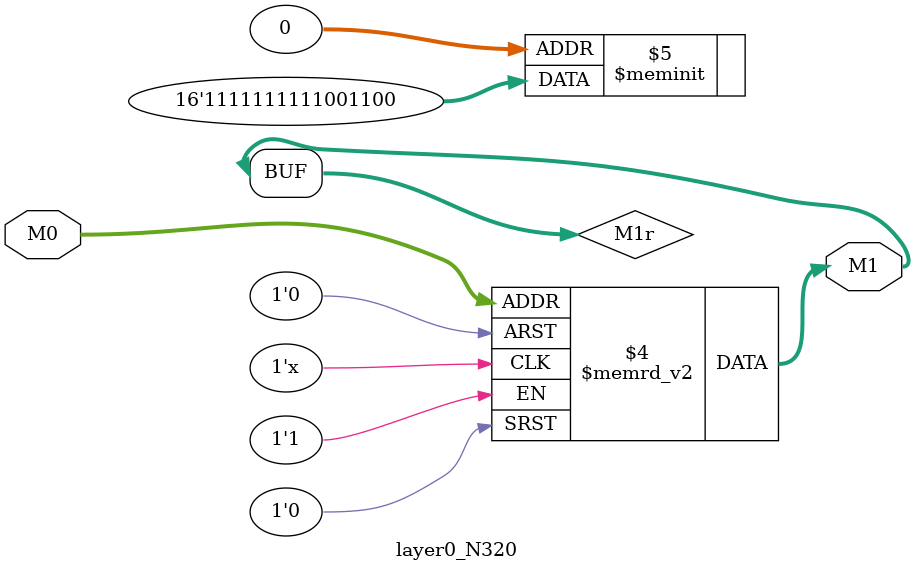
<source format=v>
module layer0_N320 ( input [2:0] M0, output [1:0] M1 );

	(*rom_style = "distributed" *) reg [1:0] M1r;
	assign M1 = M1r;
	always @ (M0) begin
		case (M0)
			3'b000: M1r = 2'b00;
			3'b100: M1r = 2'b11;
			3'b010: M1r = 2'b00;
			3'b110: M1r = 2'b11;
			3'b001: M1r = 2'b11;
			3'b101: M1r = 2'b11;
			3'b011: M1r = 2'b11;
			3'b111: M1r = 2'b11;

		endcase
	end
endmodule

</source>
